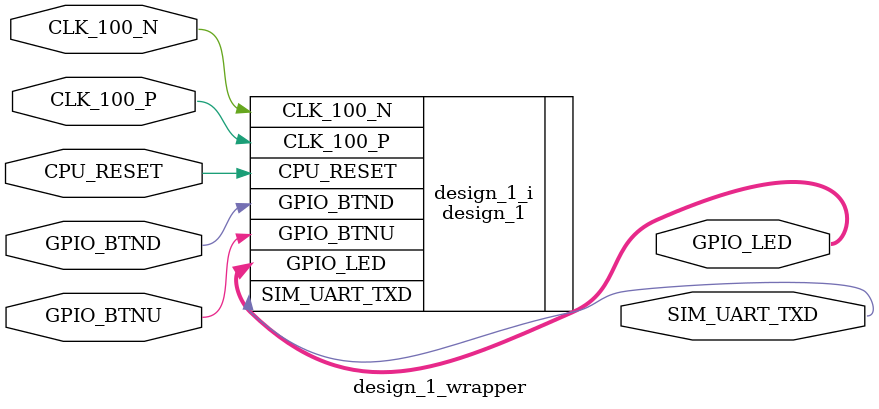
<source format=v>
`timescale 1 ps / 1 ps

module design_1_wrapper
   (CLK_100_N,
    CLK_100_P,
    CPU_RESET,
    GPIO_BTND,
    GPIO_BTNU,
    GPIO_LED,
    SIM_UART_TXD);
  input [0:0]CLK_100_N;
  input [0:0]CLK_100_P;
  input CPU_RESET;
  input GPIO_BTND;
  input GPIO_BTNU;
  output [3:0]GPIO_LED;
  output SIM_UART_TXD;

  wire [0:0]CLK_100_N;
  wire [0:0]CLK_100_P;
  wire CPU_RESET;
  wire GPIO_BTND;
  wire GPIO_BTNU;
  wire [3:0]GPIO_LED;
  wire SIM_UART_TXD;

  design_1 design_1_i
       (.CLK_100_N(CLK_100_N),
        .CLK_100_P(CLK_100_P),
        .CPU_RESET(CPU_RESET),
        .GPIO_BTND(GPIO_BTND),
        .GPIO_BTNU(GPIO_BTNU),
        .GPIO_LED(GPIO_LED),
        .SIM_UART_TXD(SIM_UART_TXD));
endmodule

</source>
